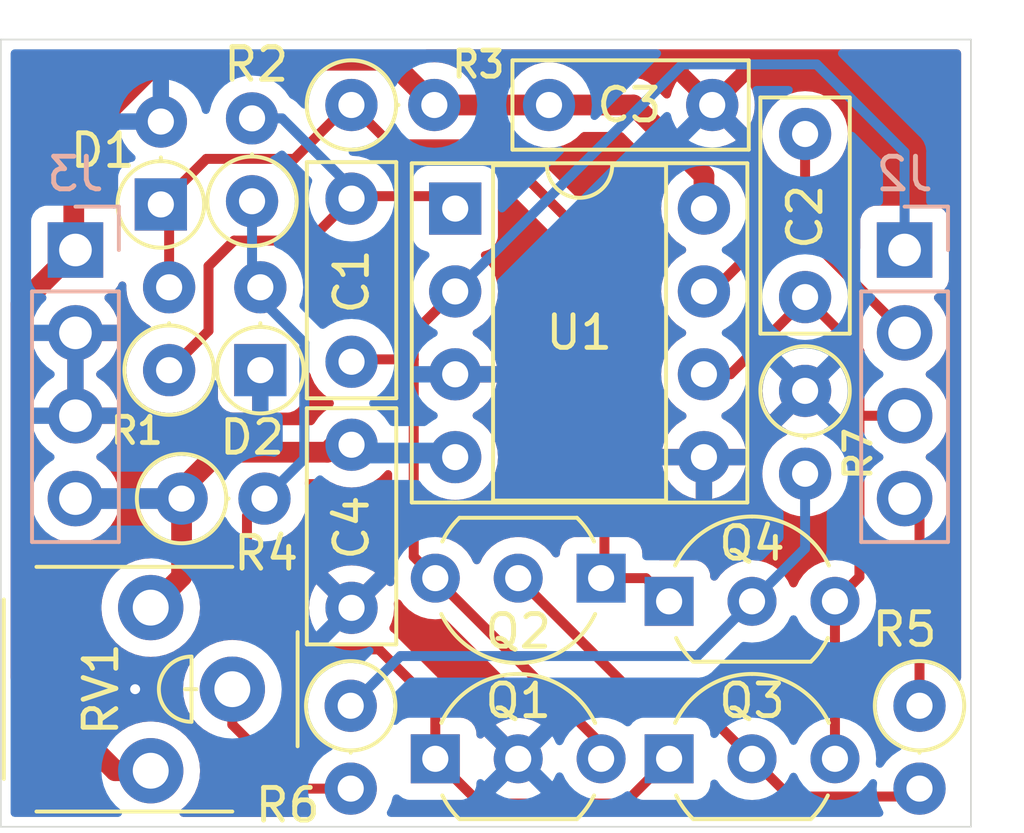
<source format=kicad_pcb>
(kicad_pcb (version 20240108) (generator "pcbnew") (generator_version "8.0")
  (title_block (comment 2 "creativecommons.org/licenses/by/4.0") (comment 3 "License: CC BY 4.0") (comment 4 "Author: Guy John"))
  (layers (0 "F.Cu" signal) (31 "B.Cu" signal) (36 "B.SilkS" user "B.Silkscreen") (37 "F.SilkS" user "F.Silkscreen") (38 "B.Mask" user) (39 "F.Mask" user) (44 "Edge.Cuts" user))
  (net 0 "")
  (net 1 "Net-(C1-Pad1)")
  (net 2 "/In")
  (net 3 "/Out")
  (net 4 "/FB")
  (net 5 "GNDREF")
  (net 6 "+12V")
  (net 7 "-12V")
  (net 8 "Net-(D1-K)")
  (net 9 "Net-(D2-A)")
  (net 10 "/CV")
  (net 11 "Net-(Q2-B)")
  (net 12 "Net-(Q4-B)")
  (net 13 "Net-(R6-Pad2)")
  (footprint "Rumblesan_Standard_Parts:C_Rect_L7.0mm_W2.5mm_P5.00mm" (layer "F.Cu") (at 179.1208 96.266 -90)
    (property "Reference" "C2" (at 2.54 0 90) (layer "F.SilkS"))
    (property "Value" "5pF")
    (fp_line (start -1.12 1.37) (end 6.12 1.37) (stroke (width 0.12)) (layer "F.SilkS"))
    (fp_line (start -1.12 -1.37) (end -1.12 1.37) (stroke (width 0.12)) (layer "F.SilkS"))
    (fp_line (start -1.12 -1.37) (end 6.12 -1.37) (stroke (width 0.12)) (layer "F.SilkS"))
    (fp_line (start 6.12 -1.37) (end 6.12 1.37) (stroke (width 0.12)) (layer "F.SilkS"))
    (pad "1" thru_hole circle (at 0 0 270) (size 1.6 1.6) (drill 0.8) (layers "*.Cu" "*.Mask") (net 3 "/Out"))
    (pad "2" thru_hole circle (at 5 0 270) (size 1.6 1.6) (drill 0.8) (layers "*.Cu" "*.Mask") (net 4 "/FB"))
  )
  (footprint "Rumblesan_Standard_Parts:C_Rect_L7.0mm_W2.5mm_P5.00mm" (layer "F.Cu") (at 165.227 105.791 -90)
    (property "Reference" "C4" (at 2.54 0 90) (layer "F.SilkS"))
    (property "Value" "100nF")
    (fp_line (start -1.12 1.37) (end 6.12 1.37) (stroke (width 0.12)) (layer "F.SilkS"))
    (fp_line (start -1.12 -1.37) (end -1.12 1.37) (stroke (width 0.12)) (layer "F.SilkS"))
    (fp_line (start -1.12 -1.37) (end 6.12 -1.37) (stroke (width 0.12)) (layer "F.SilkS"))
    (fp_line (start 6.12 -1.37) (end 6.12 1.37) (stroke (width 0.12)) (layer "F.SilkS"))
    (pad "1" thru_hole circle (at 0 0 270) (size 1.6 1.6) (drill 0.8) (layers "*.Cu" "*.Mask") (net 7 "-12V"))
    (pad "2" thru_hole circle (at 5 0 270) (size 1.6 1.6) (drill 0.8) (layers "*.Cu" "*.Mask") (net 5 "GNDREF"))
  )
  (footprint "Rumblesan_Standard_Parts:R_Axial_DIN0207_L6.3mm_D2.5mm_P2.54mm_Vertical" (layer "F.Cu") (at 179.1208 104.14 -90)
    (property "Reference" "R7" (at 1.9304 -1.6256 90) (layer "F.SilkS") (effects (font (size 0.8 0.8))))
    (property "Value" "330R")
    (fp_line (start 1.37 0) (end 1.44 0) (stroke (width 0.12)) (layer "F.SilkS"))
    (fp_circle (center 0 0) (end 1.37 0) (stroke (width 0.12)) (fill none) (layer "F.SilkS"))
    (pad "1" thru_hole circle (at 0 0 270) (size 1.6 1.6) (drill 0.8) (layers "*.Cu" "*.Mask") (net 5 "GNDREF"))
    (pad "2" thru_hole oval (at 2.54 0 270) (size 1.6 1.6) (drill 0.8) (layers "*.Cu" "*.Mask") (net 12 "Net-(Q4-B)"))
  )
  (footprint "Rumblesan_Standard_Parts:R_Axial_DIN0207_L6.3mm_D2.5mm_P2.54mm_Vertical" (layer "F.Cu") (at 162.179 98.327 90)
    (property "Reference" "R2" (at 4.1946 0.127 180) (layer "F.SilkS"))
    (property "Value" "8k2")
    (fp_line (start 1.37 0) (end 1.44 0) (stroke (width 0.12)) (layer "F.SilkS"))
    (fp_circle (center 0 0) (end 1.37 0) (stroke (width 0.12)) (fill none) (layer "F.SilkS"))
    (pad "1" thru_hole circle (at 0 0 90) (size 1.6 1.6) (drill 0.8) (layers "*.Cu" "*.Mask") (net 9 "Net-(D2-A)"))
    (pad "2" thru_hole oval (at 2.54 0 90) (size 1.6 1.6) (drill 0.8) (layers "*.Cu" "*.Mask") (net 1 "Net-(C1-Pad1)"))
  )
  (footprint "Package_TO_SOT_THT:TO-92_Inline_Wide" (layer "F.Cu") (at 167.7924 115.4176)
    (property "Reference" "Q1" (at 2.54 -1.778 0) (layer "F.SilkS"))
    (property "Value" "2N3904")
    (fp_line (start 0.74 1.85) (end 4.34 1.85) (stroke (width 0.12)) (layer "F.SilkS"))
    (fp_arc (start 0.1836 -1.098807) (mid 1.143021 -2.192817) (end 2.54 -2.6) (stroke (width 0.12)) (layer "F.SilkS"))
    (fp_arc (start 0.74 1.85) (mid 0.446097 1.509328) (end 0.215816 1.122795) (stroke (width 0.12)) (layer "F.SilkS"))
    (fp_arc (start 2.54 -2.6) (mid 3.936979 -2.192818) (end 4.8964 -1.098807) (stroke (width 0.12)) (layer "F.SilkS"))
    (fp_arc (start 4.864184 1.122795) (mid 4.633903 1.509328) (end 4.34 1.85) (stroke (width 0.12)) (layer "F.SilkS"))
    (pad "1" thru_hole rect (at 0 0) (size 1.5 1.5) (drill 0.8) (layers "*.Cu" "*.Mask") (net 9 "Net-(D2-A)"))
    (pad "2" thru_hole circle (at 2.54 0) (size 1.5 1.5) (drill 0.8) (layers "*.Cu" "*.Mask") (net 5 "GNDREF"))
    (pad "3" thru_hole circle (at 5.08 0) (size 1.5 1.5) (drill 0.8) (layers "*.Cu" "*.Mask") (net 2 "/In"))
  )
  (footprint "Rumblesan_Standard_Parts:C_Rect_L7.0mm_W2.5mm_P5.00mm" (layer "F.Cu") (at 176.276 95.377 180)
    (property "Reference" "C3" (at 2.54 0 0) (layer "F.SilkS"))
    (property "Value" "100nF")
    (fp_line (start 6.12 -1.37) (end 6.12 1.37) (stroke (width 0.12)) (layer "F.SilkS"))
    (fp_line (start -1.12 1.37) (end 6.12 1.37) (stroke (width 0.12)) (layer "F.SilkS"))
    (fp_line (start -1.12 -1.37) (end 6.12 -1.37) (stroke (width 0.12)) (layer "F.SilkS"))
    (fp_line (start -1.12 -1.37) (end -1.12 1.37) (stroke (width 0.12)) (layer "F.SilkS"))
    (pad "1" thru_hole circle (at 0 0 180) (size 1.6 1.6) (drill 0.8) (layers "*.Cu" "*.Mask") (net 5 "GNDREF"))
    (pad "2" thru_hole circle (at 5 0 180) (size 1.6 1.6) (drill 0.8) (layers "*.Cu" "*.Mask") (net 6 "+12V"))
  )
  (footprint "Rumblesan_Standard_Parts:Potentiometer_THT_Bourns_3306P_Vertical" (layer "F.Cu") (at 160.3248 113.284 -90)
    (property "Reference" "RV1" (at 0 2.774 90) (layer "F.SilkS"))
    (property "Value" "100k")
    (fp_line (start -2.75 5.75) (end 2.75 5.75) (stroke (width 0.12)) (layer "F.SilkS"))
    (fp_line (start 3.75 4.75) (end 3.75 -1.25) (stroke (width 0.12)) (layer "F.SilkS"))
    (fp_line (start 0 0.2) (end 0 -0.15) (stroke (width 0.12)) (layer "F.SilkS"))
    (fp_line (start 1 0) (end -1 0) (stroke (width 0.12)) (layer "F.SilkS"))
    (fp_line (start -3.75 -1.25) (end -3.75 4.75) (stroke (width 0.12)) (layer "F.SilkS"))
    (fp_line (start -1.75 -3.25) (end 1.75 -3.25) (stroke (width 0.12)) (layer "F.SilkS"))
    (fp_arc (start 1 0) (mid 0 1) (end -1 0) (stroke (width 0.12)) (layer "F.SilkS"))
    (pad "1" thru_hole circle (at -2.5 1.25 270) (size 2 2) (drill 1.1) (layers "*.Cu" "*.Mask") (net 7 "-12V"))
    (pad "2" thru_hole circle (at 0 -1.25 270) (size 2 2) (drill 1.1) (layers "*.Cu" "*.Mask") (net 13 "Net-(R6-Pad2)"))
    (pad "3" thru_hole circle (at 2.5 1.25 270) (size 2 2) (drill 1.1) (layers "*.Cu" "*.Mask") (net 6 "+12V"))
  )
  (footprint "Rumblesan_Standard_Parts:R_Axial_DIN0207_L6.3mm_D2.5mm_P2.54mm_Vertical" (layer "F.Cu") (at 160.02 107.442)
    (property "Reference" "R4" (at 2.5908 1.6764 0) (layer "F.SilkS"))
    (property "Value" "150k")
    (fp_line (start 1.37 0) (end 1.44 0) (stroke (width 0.12)) (layer "F.SilkS"))
    (fp_circle (center 0 0) (end 1.37 0) (stroke (width 0.12)) (fill none) (layer "F.SilkS"))
    (pad "1" thru_hole circle (at 0 0) (size 1.6 1.6) (drill 0.8) (layers "*.Cu" "*.Mask") (net 7 "-12V"))
    (pad "2" thru_hole oval (at 2.54 0) (size 1.6 1.6) (drill 0.8) (layers "*.Cu" "*.Mask") (net 9 "Net-(D2-A)"))
  )
  (footprint "Rumblesan_Standard_Parts:R_Axial_DIN0207_L6.3mm_D2.5mm_P2.54mm_Vertical" (layer "F.Cu") (at 182.626 113.792 -90)
    (property "Reference" "R5" (at -2.3368 0.4572 0) (layer "F.SilkS"))
    (property "Value" "100R")
    (fp_line (start 1.37 0) (end 1.44 0) (stroke (width 0.12)) (layer "F.SilkS"))
    (fp_circle (center 0 0) (end 1.37 0) (stroke (width 0.12)) (fill none) (layer "F.SilkS"))
    (pad "1" thru_hole circle (at 0 0 270) (size 1.6 1.6) (drill 0.8) (layers "*.Cu" "*.Mask") (net 10 "/CV"))
    (pad "2" thru_hole oval (at 2.54 0 270) (size 1.6 1.6) (drill 0.8) (layers "*.Cu" "*.Mask") (net 11 "Net-(Q2-B)"))
  )
  (footprint "Diode_THT:D_DO-35_SOD27_P2.54mm_Vertical_AnodeUp" (layer "F.Cu") (at 159.385 98.425 90)
    (property "Reference" "D1" (at 1.651 -1.778 0) (layer "F.SilkS"))
    (property "Value" "1n4148")
    (fp_line (start 1.326371 0) (end 1.44 0) (stroke (width 0.12)) (layer "F.SilkS"))
    (fp_circle (center 0 0) (end 1.326371 0) (stroke (width 0.12)) (fill none) (layer "F.SilkS"))
    (pad "1" thru_hole rect (at 0 0 90) (size 1.6 1.6) (drill 0.8) (layers "*.Cu" "*.Mask") (net 8 "Net-(D1-K)"))
    (pad "2" thru_hole oval (at 2.54 0 90) (size 1.6 1.6) (drill 0.8) (layers "*.Cu" "*.Mask") (net 5 "GNDREF"))
  )
  (footprint "Rumblesan_Standard_Parts:C_Rect_L7.0mm_W2.5mm_P5.00mm" (layer "F.Cu") (at 165.227 98.2472 -90)
    (property "Reference" "C1" (at 2.54 0 90) (layer "F.SilkS"))
    (property "Value" "47pF")
    (fp_line (start -1.12 1.37) (end 6.12 1.37) (stroke (width 0.12)) (layer "F.SilkS"))
    (fp_line (start -1.12 -1.37) (end -1.12 1.37) (stroke (width 0.12)) (layer "F.SilkS"))
    (fp_line (start -1.12 -1.37) (end 6.12 -1.37) (stroke (width 0.12)) (layer "F.SilkS"))
    (fp_line (start 6.12 -1.37) (end 6.12 1.37) (stroke (width 0.12)) (layer "F.SilkS"))
    (pad "1" thru_hole circle (at 0 0 270) (size 1.6 1.6) (drill 0.8) (layers "*.Cu" "*.Mask") (net 1 "Net-(C1-Pad1)"))
    (pad "2" thru_hole circle (at 5 0 270) (size 1.6 1.6) (drill 0.8) (layers "*.Cu" "*.Mask") (net 2 "/In"))
  )
  (footprint "Package_TO_SOT_THT:TO-92_Inline_Wide" (layer "F.Cu") (at 172.8724 109.8804 180)
    (property "Reference" "Q2" (at 2.54 -1.63 0) (layer "F.SilkS"))
    (property "Value" "2N3906")
    (fp_line (start 0.74 1.85) (end 4.34 1.85) (stroke (width 0.12)) (layer "F.SilkS"))
    (fp_arc (start 4.864184 1.122795) (mid 4.633903 1.509328) (end 4.34 1.85) (stroke (width 0.12)) (layer "F.SilkS"))
    (fp_arc (start 2.54 -2.6) (mid 3.936979 -2.192818) (end 4.8964 -1.098807) (stroke (width 0.12)) (layer "F.SilkS"))
    (fp_arc (start 0.74 1.85) (mid 0.446097 1.509328) (end 0.215816 1.122795) (stroke (width 0.12)) (layer "F.SilkS"))
    (fp_arc (start 0.1836 -1.098807) (mid 1.143021 -2.192817) (end 2.54 -2.6) (stroke (width 0.12)) (layer "F.SilkS"))
    (pad "1" thru_hole rect (at 0 0 180) (size 1.5 1.5) (drill 0.8) (layers "*.Cu" "*.Mask") (net 8 "Net-(D1-K)"))
    (pad "2" thru_hole circle (at 2.54 0 180) (size 1.5 1.5) (drill 0.8) (layers "*.Cu" "*.Mask") (net 11 "Net-(Q2-B)"))
    (pad "3" thru_hole circle (at 5.08 0 180) (size 1.5 1.5) (drill 0.8) (layers "*.Cu" "*.Mask") (net 2 "/In"))
  )
  (footprint "Rumblesan_Standard_Parts:R_Axial_DIN0207_L6.3mm_D2.5mm_P2.54mm_Vertical" (layer "F.Cu") (at 165.2234 95.377)
    (property "Reference" "R3" (at 3.8898 -1.2446 180) (layer "F.SilkS") (effects (font (size 0.8 0.8))))
    (property "Value" "150k")
    (fp_line (start 1.37 0) (end 1.44 0) (stroke (width 0.12)) (layer "F.SilkS"))
    (fp_circle (center 0 0) (end 1.37 0) (stroke (width 0.12)) (fill none) (layer "F.SilkS"))
    (pad "1" thru_hole circle (at 0 0) (size 1.6 1.6) (drill 0.8) (layers "*.Cu" "*.Mask") (net 8 "Net-(D1-K)"))
    (pad "2" thru_hole oval (at 2.54 0) (size 1.6 1.6) (drill 0.8) (layers "*.Cu" "*.Mask") (net 6 "+12V"))
  )
  (footprint "Package_TO_SOT_THT:TO-92_Inline_Wide" (layer "F.Cu") (at 174.9552 110.5916)
    (property "Reference" "Q4" (at 2.54 -1.778 0) (layer "F.SilkS"))
    (property "Value" "2N3906")
    (fp_line (start 0.74 1.85) (end 4.34 1.85) (stroke (width 0.12)) (layer "F.SilkS"))
    (fp_arc (start 0.1836 -1.098807) (mid 1.143021 -2.192817) (end 2.54 -2.6) (stroke (width 0.12)) (layer "F.SilkS"))
    (fp_arc (start 0.74 1.85) (mid 0.446097 1.509328) (end 0.215816 1.122795) (stroke (width 0.12)) (layer "F.SilkS"))
    (fp_arc (start 2.54 -2.6) (mid 3.936979 -2.192818) (end 4.8964 -1.098807) (stroke (width 0.12)) (layer "F.SilkS"))
    (fp_arc (start 4.864184 1.122795) (mid 4.633903 1.509328) (end 4.34 1.85) (stroke (width 0.12)) (layer "F.SilkS"))
    (pad "1" thru_hole rect (at 0 0) (size 1.5 1.5) (drill 0.8) (layers "*.Cu" "*.Mask") (net 8 "Net-(D1-K)"))
    (pad "2" thru_hole circle (at 2.54 0) (size 1.5 1.5) (drill 0.8) (layers "*.Cu" "*.Mask") (net 12 "Net-(Q4-B)"))
    (pad "3" thru_hole circle (at 5.08 0) (size 1.5 1.5) (drill 0.8) (layers "*.Cu" "*.Mask") (net 4 "/FB"))
  )
  (footprint "Rumblesan_Standard_Parts:R_Axial_DIN0207_L6.3mm_D2.5mm_P2.54mm_Vertical" (layer "F.Cu") (at 159.639 103.505 90)
    (property "Reference" "R1" (at -1.8542 -0.9906 0) (layer "F.SilkS") (effects (font (size 0.8 0.8))))
    (property "Value" "8k2")
    (fp_line (start 1.37 0) (end 1.44 0) (stroke (width 0.12)) (layer "F.SilkS"))
    (fp_circle (center 0 0) (end 1.37 0) (stroke (width 0.12)) (fill none) (layer "F.SilkS"))
    (pad "1" thru_hole circle (at 0 0 90) (size 1.6 1.6) (drill 0.8) (layers "*.Cu" "*.Mask") (net 1 "Net-(C1-Pad1)"))
    (pad "2" thru_hole oval (at 2.54 0 90) (size 1.6 1.6) (drill 0.8) (layers "*.Cu" "*.Mask") (net 8 "Net-(D1-K)"))
  )
  (footprint "Rumblesan_Standard_Parts:R_Axial_DIN0207_L6.3mm_D2.5mm_P2.54mm_Vertical" (layer "F.Cu") (at 165.2016 113.792 -90)
    (property "Reference" "R6" (at 3.048 1.9304 180) (layer "F.SilkS"))
    (property "Value" "1M5")
    (fp_line (start 1.37 0) (end 1.44 0) (stroke (width 0.12)) (layer "F.SilkS"))
    (fp_circle (center 0 0) (end 1.37 0) (stroke (width 0.12)) (fill none) (layer "F.SilkS"))
    (pad "1" thru_hole circle (at 0 0 270) (size 1.6 1.6) (drill 0.8) (layers "*.Cu" "*.Mask") (net 12 "Net-(Q4-B)"))
    (pad "2" thru_hole oval (at 2.54 0 270) (size 1.6 1.6) (drill 0.8) (layers "*.Cu" "*.Mask") (net 13 "Net-(R6-Pad2)"))
  )
  (footprint "Rumblesan_Standard_Parts:DIP-8_W7.62mm_Socket" (layer "F.Cu") (at 168.402 98.552)
    (property "Reference" "U1" (at 3.8 3.8 0) (layer "F.SilkS"))
    (property "Value" "LF353")
    (fp_line (start -1.33 -1.39) (end -1.33 9.01) (stroke (width 0.12)) (layer "F.SilkS"))
    (fp_line (start -1.33 9.01) (end 8.95 9.01) (stroke (width 0.12)) (layer "F.SilkS"))
    (fp_line (start 1.16 -1.33) (end 1.16 8.95) (stroke (width 0.12)) (layer "F.SilkS"))
    (fp_line (start 1.16 8.95) (end 6.46 8.95) (stroke (width 0.12)) (layer "F.SilkS"))
    (fp_line (start 2.81 -1.33) (end 1.16 -1.33) (stroke (width 0.12)) (layer "F.SilkS"))
    (fp_line (start 6.46 -1.33) (end 4.81 -1.33) (stroke (width 0.12)) (layer "F.SilkS"))
    (fp_line (start 6.46 8.95) (end 6.46 -1.33) (stroke (width 0.12)) (layer "F.SilkS"))
    (fp_line (start 8.95 -1.39) (end -1.33 -1.39) (stroke (width 0.12)) (layer "F.SilkS"))
    (fp_line (start 8.95 9.01) (end 8.95 -1.39) (stroke (width 0.12)) (layer "F.SilkS"))
    (fp_arc (start 4.81 -1.33) (mid 3.81 -0.33) (end 2.81 -1.33) (stroke (width 0.12)) (layer "F.SilkS"))
    (pad "1" thru_hole rect (at 0 0) (size 1.6 1.6) (drill 0.8) (layers "*.Cu" "*.Mask") (net 1 "Net-(C1-Pad1)"))
    (pad "2" thru_hole oval (at 0 2.54) (size 1.6 1.6) (drill 0.8) (layers "*.Cu" "*.Mask") (net 2 "/In"))
    (pad "3" thru_hole oval (at 0 5.08) (size 1.6 1.6) (drill 0.8) (layers "*.Cu" "*.Mask") (net 5 "GNDREF"))
    (pad "4" thru_hole oval (at 0 7.62) (size 1.6 1.6) (drill 0.8) (layers "*.Cu" "*.Mask") (net 7 "-12V"))
    (pad "5" thru_hole oval (at 7.62 7.62) (size 1.6 1.6) (drill 0.8) (layers "*.Cu" "*.Mask") (net 5 "GNDREF"))
    (pad "6" thru_hole oval (at 7.62 5.08) (size 1.6 1.6) (drill 0.8) (layers "*.Cu" "*.Mask") (net 4 "/FB"))
    (pad "7" thru_hole oval (at 7.62 2.54) (size 1.6 1.6) (drill 0.8) (layers "*.Cu" "*.Mask") (net 3 "/Out"))
    (pad "8" thru_hole oval (at 7.62 0) (size 1.6 1.6) (drill 0.8) (layers "*.Cu" "*.Mask") (net 6 "+12V"))
  )
  (footprint "Diode_THT:D_DO-35_SOD27_P2.54mm_Vertical_AnodeUp" (layer "F.Cu") (at 162.433 103.505 90)
    (property "Reference" "D2" (at -2.060685 -0.254 0) (layer "F.SilkS"))
    (property "Value" "1n4148")
    (fp_line (start 1.326371 0) (end 1.44 0) (stroke (width 0.12)) (layer "F.SilkS"))
    (fp_circle (center 0 0) (end 1.326371 0) (stroke (width 0.12)) (fill none) (layer "F.SilkS"))
    (pad "1" thru_hole rect (at 0 0 90) (size 1.6 1.6) (drill 0.8) (layers "*.Cu" "*.Mask") (net 5 "GNDREF"))
    (pad "2" thru_hole oval (at 2.54 0 90) (size 1.6 1.6) (drill 0.8) (layers "*.Cu" "*.Mask") (net 9 "Net-(D2-A)"))
  )
  (footprint "Package_TO_SOT_THT:TO-92_Inline_Wide" (layer "F.Cu") (at 174.9552 115.4176)
    (property "Reference" "Q3" (at 2.54 -1.778 0) (layer "F.SilkS"))
    (property "Value" "2N3904")
    (fp_line (start 0.74 1.85) (end 4.34 1.85) (stroke (width 0.12)) (layer "F.SilkS"))
    (fp_arc (start 0.1836 -1.098807) (mid 1.143021 -2.192817) (end 2.54 -2.6) (stroke (width 0.12)) (layer "F.SilkS"))
    (fp_arc (start 0.74 1.85) (mid 0.446097 1.509328) (end 0.215816 1.122795) (stroke (width 0.12)) (layer "F.SilkS"))
    (fp_arc (start 2.54 -2.6) (mid 3.936979 -2.192818) (end 4.8964 -1.098807) (stroke (width 0.12)) (layer "F.SilkS"))
    (fp_arc (start 4.864184 1.122795) (mid 4.633903 1.509328) (end 4.34 1.85) (stroke (width 0.12)) (layer "F.SilkS"))
    (pad "1" thru_hole rect (at 0 0) (size 1.5 1.5) (drill 0.8) (layers "*.Cu" "*.Mask") (net 9 "Net-(D2-A)"))
    (pad "2" thru_hole circle (at 2.54 0) (size 1.5 1.5) (drill 0.8) (layers "*.Cu" "*.Mask") (net 11 "Net-(Q2-B)"))
    (pad "3" thru_hole circle (at 5.08 0) (size 1.5 1.5) (drill 0.8) (layers "*.Cu" "*.Mask") (net 4 "/FB"))
  )
  (footprint "Connector_PinHeader_2.54mm:PinHeader_1x04_P2.54mm_Vertical" (layer "B.Cu") (at 182.1688 99.822 180)
    (property "Reference" "J2" (at 0 2.33 0) (layer "B.SilkS") (effects (justify mirror)))
    (property "Value" "Conn_01x04_Pin" (hide yes))
    (fp_line (start 1.33 -1.27) (end 1.33 -8.95) (stroke (width 0.12)) (layer "B.SilkS"))
    (fp_line (start -1.33 1.33) (end 0 1.33) (stroke (width 0.12)) (layer "B.SilkS"))
    (fp_line (start -1.33 0) (end -1.33 1.33) (stroke (width 0.12)) (layer "B.SilkS"))
    (fp_line (start -1.33 -1.27) (end 1.33 -1.27) (stroke (width 0.12)) (layer "B.SilkS"))
    (fp_line (start -1.33 -1.27) (end -1.33 -8.95) (stroke (width 0.12)) (layer "B.SilkS"))
    (fp_line (start -1.33 -8.95) (end 1.33 -8.95) (stroke (width 0.12)) (layer "B.SilkS"))
    (pad "1" thru_hole rect (at 0 0 180) (size 1.7 1.7) (drill 1) (layers "*.Cu" "*.Mask") (net 2 "/In"))
    (pad "2" thru_hole oval (at 0 -2.54 180) (size 1.7 1.7) (drill 1) (layers "*.Cu" "*.Mask") (net 3 "/Out"))
    (pad "3" thru_hole oval (at 0 -5.08 180) (size 1.7 1.7) (drill 1) (layers "*.Cu" "*.Mask") (net 4 "/FB"))
    (pad "4" thru_hole oval (at 0 -7.62 180) (size 1.7 1.7) (drill 1) (layers "*.Cu" "*.Mask") (net 10 "/CV"))
  )
  (footprint "Connector_PinHeader_2.54mm:PinHeader_1x04_P2.54mm_Vertical" (layer "B.Cu") (at 156.7688 99.822 180)
    (property "Reference" "J3" (at 0 2.33 0) (layer "B.SilkS") (effects (justify mirror)))
    (property "Value" "Conn_01x04_Pin" (hide yes))
    (fp_line (start 1.33 -1.27) (end 1.33 -8.95) (stroke (width 0.12)) (layer "B.SilkS"))
    (fp_line (start -1.33 1.33) (end 0 1.33) (stroke (width 0.12)) (layer "B.SilkS"))
    (fp_line (start -1.33 0) (end -1.33 1.33) (stroke (width 0.12)) (layer "B.SilkS"))
    (fp_line (start -1.33 -1.27) (end 1.33 -1.27) (stroke (width 0.12)) (layer "B.SilkS"))
    (fp_line (start -1.33 -1.27) (end -1.33 -8.95) (stroke (width 0.12)) (layer "B.SilkS"))
    (fp_line (start -1.33 -8.95) (end 1.33 -8.95) (stroke (width 0.12)) (layer "B.SilkS"))
    (pad "1" thru_hole rect (at 0 0 180) (size 1.7 1.7) (drill 1) (layers "*.Cu" "*.Mask") (net 6 "+12V"))
    (pad "2" thru_hole oval (at 0 -2.54 180) (size 1.7 1.7) (drill 1) (layers "*.Cu" "*.Mask") (net 5 "GNDREF"))
    (pad "3" thru_hole oval (at 0 -5.08 180) (size 1.7 1.7) (drill 1) (layers "*.Cu" "*.Mask") (net 5 "GNDREF"))
    (pad "4" thru_hole oval (at 0 -7.62 180) (size 1.7 1.7) (drill 1) (layers "*.Cu" "*.Mask") (net 7 "-12V"))
  )
  (gr_line (start 184.2008 93.3704) (end 184.2008 117.5004) (stroke (width 0.05)) (layer "Edge.Cuts"))
  (gr_line (start 154.4828 117.5004) (end 154.4828 93.3704) (stroke (width 0.05)) (layer "Edge.Cuts"))
  (gr_line (start 184.2008 117.5004) (end 154.4828 117.5004) (stroke (width 0.05)) (layer "Edge.Cuts"))
  (gr_line (start 154.4828 93.3704) (end 184.2008 93.3704) (stroke (width 0.05)) (layer "Edge.Cuts"))
  (segment (start 165.3032 98.171) (end 168.021 98.171) (width 0.3048) (layer "F.Cu") (net 1))
  (segment (start 160.8454 100.3174) (end 161.6294 99.5334) (width 0.3048) (layer "F.Cu") (net 1))
  (segment (start 163.9408 99.5334) (end 165.227 98.2472) (width 0.3048) (layer "F.Cu") (net 1))
  (segment (start 165.227 98.2472) (end 165.3032 98.171) (width 0.3048) (layer "F.Cu") (net 1))
  (segment (start 161.6294 99.5334) (end 163.9408 99.5334) (width 0.3048) (layer "F.Cu") (net 1))
  (segment (start 160.8454 102.2986) (end 160.8454 100.3174) (width 0.3048) (layer "F.Cu") (net 1))
  (segment (start 159.639 103.505) (end 160.8454 102.2986) (width 0.3048) (layer "F.Cu") (net 1))
  (segment (start 163.097 95.787) (end 162.179 95.787) (width 0.3048) (layer "B.Cu") (net 1))
  (segment (start 165.227 97.917) (end 163.097 95.787) (width 0.3048) (layer "B.Cu") (net 1))
  (segment (start 167.132 102.362) (end 167.132 103.1748) (width 0.3048) (layer "F.Cu") (net 2))
  (segment (start 165.227 103.2472) (end 165.2994 103.1748) (width 0.3048) (layer "F.Cu") (net 2))
  (segment (start 165.2994 103.1748) (end 167.132 103.1748) (width 0.3048) (layer "F.Cu") (net 2))
  (segment (start 168.402 101.092) (end 167.132 102.362) (width 0.3048) (layer "F.Cu") (net 2))
  (segment (start 167.132 109.22) (end 172.8724 114.9604) (width 0.3048) (layer "F.Cu") (net 2))
  (segment (start 167.132 103.1748) (end 167.132 109.22) (width 0.3048) (layer "F.Cu") (net 2))
  (segment (start 168.402 101.092) (end 175.3616 94.1324) (width 0.3048) (layer "B.Cu") (net 2))
  (segment (start 182.1688 99.822) (end 182.1688 96.8248) (width 0.3048) (layer "B.Cu") (net 2))
  (segment (start 175.3616 94.1324) (end 179.4764 94.1324) (width 0.3048) (layer "B.Cu") (net 2))
  (segment (start 182.1688 96.8248) (end 179.4764 94.1324) (width 0.3048) (layer "B.Cu") (net 2))
  (segment (start 178.562 98.806) (end 178.689 98.679) (width 0.3048) (layer "F.Cu") (net 3))
  (segment (start 176.276 101.092) (end 178.562 98.806) (width 0.3048) (layer "F.Cu") (net 3))
  (segment (start 182.1688 102.362) (end 178.6128 98.806) (width 0.3048) (layer "F.Cu") (net 3))
  (segment (start 179.1208 98.2472) (end 179.1208 96.266) (width 0.3048) (layer "F.Cu") (net 3))
  (segment (start 178.6128 98.806) (end 178.562 98.806) (width 0.3048) (layer "F.Cu") (net 3))
  (segment (start 178.689 98.679) (end 179.1208 98.2472) (width 0.3048) (layer "F.Cu") (net 3))
  (segment (start 182.1688 104.902) (end 180.7852 104.902) (width 0.3048) (layer "F.Cu") (net 4))
  (segment (start 179.1208 101.266) (end 180.7852 102.9304) (width 0.3048) (layer "F.Cu") (net 4))
  (segment (start 180.7852 109.8416) (end 180.0352 110.5916) (width 0.3048) (layer "F.Cu") (net 4))
  (segment (start 176.831 103.632) (end 179.1208 101.3422) (width 0.3048) (layer "F.Cu") (net 4))
  (segment (start 176.022 103.632) (end 176.831 103.632) (width 0.3048) (layer "F.Cu") (net 4))
  (segment (start 180.7852 102.9304) (end 180.7852 104.902) (width 0.3048) (layer "F.Cu") (net 4))
  (segment (start 180.0352 110.5916) (end 180.0352 115.4176) (width 0.3048) (layer "F.Cu") (net 4))
  (segment (start 180.7852 104.902) (end 180.7852 109.8416) (width 0.3048) (layer "F.Cu") (net 4))
  (via (at 158.5976 113.284) (size 0.762) (drill 0.3048) (layers "F.Cu" "B.Cu") (net 5))
  (segment (start 155.1003 101.4905) (end 155.1003 112.8963) (width 0.635) (layer "F.Cu") (net 6))
  (segment (start 171.276 95.377) (end 173.863 95.377) (width 0.635) (layer "F.Cu") (net 6))
  (segment (start 171.276 95.377) (end 167.7634 95.377) (width 0.635) (layer "F.Cu") (net 6))
  (segment (start 156.718 96.612406) (end 159.324906 94.0055) (width 0.635) (layer "F.Cu") (net 6))
  (segment (start 156.718 99.7712) (end 156.718 96.612406) (width 0.635) (layer "F.Cu") (net 6))
  (segment (start 157.988 115.784) (end 159.0748 115.784) (width 0.635) (layer "F.Cu") (net 6))
  (segment (start 173.863 95.377) (end 176.022 97.536) (width 0.635) (layer "F.Cu") (net 6))
  (segment (start 159.324906 94.0055) (end 166.3919 94.0055) (width 0.635) (layer "F.Cu") (net 6))
  (segment (start 155.1003 112.8963) (end 157.988 115.784) (width 0.635) (layer "F.Cu") (net 6))
  (segment (start 166.3919 94.0055) (end 167.7634 95.377) (width 0.635) (layer "F.Cu") (net 6))
  (segment (start 156.7688 99.822) (end 155.1003 101.4905) (width 0.635) (layer "F.Cu") (net 6))
  (segment (start 176.022 97.536) (end 176.022 98.552) (width 0.635) (layer "F.Cu") (net 6))
  (segment (start 160.02 109.8388) (end 159.0748 110.784) (width 0.635) (layer "F.Cu") (net 7))
  (segment (start 160.02 107.159) (end 161.1594 106.0196) (width 0.635) (layer "F.Cu") (net 7))
  (segment (start 160.02 107.442) (end 160.02 109.8388) (width 0.635) (layer "F.Cu") (net 7))
  (segment (start 164.4904 106.0196) (end 164.973 105.537) (width 0.635) (layer "F.Cu") (net 7))
  (segment (start 161.1594 106.0196) (end 164.4904 106.0196) (width 0.635) (layer "F.Cu") (net 7))
  (segment (start 165.481 106.045) (end 168.275 106.045) (width 0.635) (layer "B.Cu") (net 7))
  (segment (start 156.7688 107.442) (end 160.02 107.442) (width 0.635) (layer "B.Cu") (net 7))
  (segment (start 169.5576 96.5834) (end 172.974 99.9998) (width 0.3048) (layer "F.Cu") (net 8))
  (segment (start 165.2234 95.377) (end 166.4298 96.5834) (width 0.3048) (layer "F.Cu") (net 8))
  (segment (start 172.974 99.9998) (end 172.974 109.7788) (width 0.3048) (layer "F.Cu") (net 8))
  (segment (start 166.4298 96.5834) (end 169.5576 96.5834) (width 0.3048) (layer "F.Cu") (net 8))
  (segment (start 160.782 97.028) (end 163.4744 97.028) (width 0.3048) (layer "F.Cu") (net 8))
  (segment (start 159.385 98.425) (end 160.782 97.028) (width 0.3048) (layer "F.Cu") (net 8))
  (segment (start 159.639 100.965) (end 159.639 98.679) (width 0.3048) (layer "F.Cu") (net 8))
  (segment (start 172.8724 109.8804) (end 174.244 109.8804) (width 0.3048) (layer "F.Cu") (net 8))
  (segment (start 174.244 109.8804) (end 174.9552 110.5916) (width 0.3048) (layer "F.Cu") (net 8))
  (segment (start 163.4744 97.028) (end 165.1254 95.377) (width 0.3048) (layer "F.Cu") (net 8))
  (segment (start 163.3728 112.0648) (end 166.0652 112.0648) (width 0.3048) (layer "F.Cu") (net 9))
  (segment (start 169.164 116.7892) (end 167.7924 115.4176) (width 0.3048) (layer "F.Cu") (net 9))
  (segment (start 166.0652 112.0648) (end 167.7924 113.792) (width 0.3048) (layer "F.Cu") (net 9))
  (segment (start 167.7924 113.792) (end 167.7924 115.4176) (width 0.3048) (layer "F.Cu") (net 9))
  (segment (start 162.56 107.442) (end 162.023 107.979) (width 0.3048) (layer "F.Cu") (net 9))
  (segment (start 174.9552 115.4176) (end 173.5836 116.7892) (width 0.3048) (layer "F.Cu") (net 9))
  (segment (start 173.5836 116.7892) (end 169.164 116.7892) (width 0.3048) (layer "F.Cu") (net 9))
  (segment (start 162.023 107.979) (end 162.023 110.715) (width 0.3048) (layer "F.Cu") (net 9))
  (segment (start 162.023 110.715) (end 163.3728 112.0648) (width 0.3048) (layer "F.Cu") (net 9))
  (segment (start 163.7792 102.6668) (end 163.7792 106.2228) (width 0.3048) (layer "B.Cu") (net 9))
  (segment (start 163.7792 106.2228) (end 162.56 107.442) (width 0.3048) (layer "B.Cu") (net 9))
  (segment (start 162.179 98.327) (end 162.179 100.711) (width 0.3048) (layer "B.Cu") (net 9))
  (segment (start 162.433 100.965) (end 162.433 101.3206) (width 0.3048) (layer "B.Cu") (net 9))
  (segment (start 162.433 101.3206) (end 163.7792 102.6668) (width 0.3048) (layer "B.Cu") (net 9))
  (segment (start 182.626 113.792) (end 182.626 107.8992) (width 0.3048) (layer "F.Cu") (net 10))
  (segment (start 174.0408 113.5888) (end 170.3324 109.8804) (width 0.3048) (layer "F.Cu") (net 11))
  (segment (start 175.6664 113.5888) (end 174.0408 113.5888) (width 0.3048) (layer "F.Cu") (net 11))
  (segment (start 177.4952 115.4176) (end 178.6516 116.574) (width 0.3048) (layer "F.Cu") (net 11))
  (segment (start 178.6516 116.574) (end 182.384 116.574) (width 0.3048) (layer "F.Cu") (net 11))
  (segment (start 177.4952 115.4176) (end 175.6664 113.5888) (width 0.3048) (layer "F.Cu") (net 11))
  (segment (start 179.1208 108.966) (end 179.1208 106.68) (width 0.3048) (layer "B.Cu") (net 12))
  (segment (start 177.4952 110.5916) (end 179.1208 108.966) (width 0.3048) (layer "B.Cu") (net 12))
  (segment (start 175.8188 112.268) (end 177.4952 110.5916) (width 0.3048) (layer "B.Cu") (net 12))
  (segment (start 166.7256 112.268) (end 175.8188 112.268) (width 0.3048) (layer "B.Cu") (net 12))
  (segment (start 165.2016 113.792) (end 166.7256 112.268) (width 0.3048) (layer "B.Cu") (net 12))
  (segment (start 161.5748 114.3708) (end 163.536 116.332) (width 0.3048) (layer "F.Cu") (net 13))
  (segment (start 163.536 116.332) (end 165.2016 116.332) (width 0.3048) (layer "F.Cu") (net 13))
  (segment (start 161.5748 113.284) (end 161.5748 114.3708) (width 0.3048) (layer "F.Cu") (net 13))
  (zone (net 5) (net_name "GNDREF") (layers "F&B.Cu") (connect_pads (clearance 0.508)) (min_thickness 0.25) (fill yes (thermal_gap 0.5) (thermal_bridge_width 0.5))
    (polygon (pts (xy 154.4828 93.3704) (xy 184.2008 93.3704) (xy 184.2008 117.5004) (xy 154.4828 117.5004)))
  )
)
</source>
